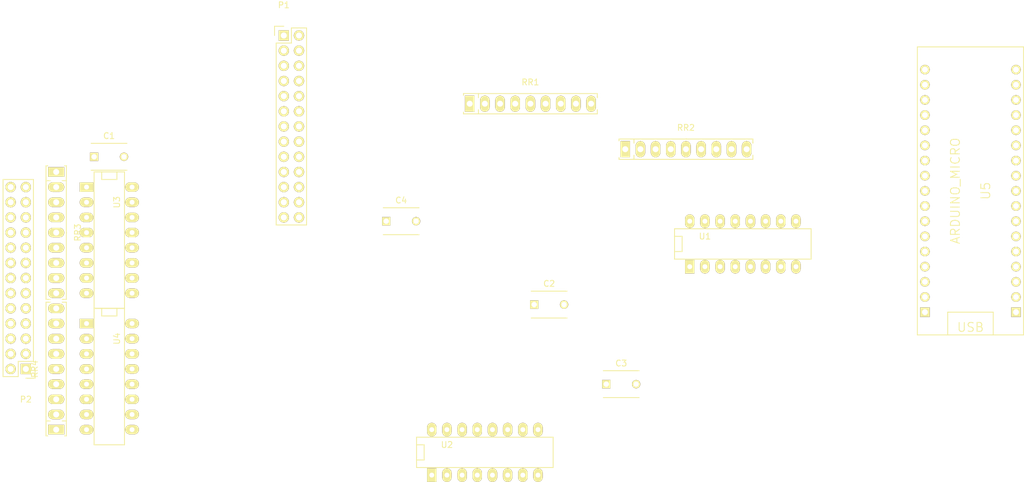
<source format=kicad_pcb>
(kicad_pcb (version 4) (host pcbnew 0.201503220816+5528~22~ubuntu14.04.1-product)

  (general
    (links 127)
    (no_connects 127)
    (area 0 0 0 0)
    (thickness 1.6)
    (drawings 0)
    (tracks 0)
    (zones 0)
    (modules 15)
    (nets 68)
  )

  (page A4)
  (layers
    (0 F.Cu signal)
    (31 B.Cu signal)
    (32 B.Adhes user)
    (33 F.Adhes user)
    (34 B.Paste user)
    (35 F.Paste user)
    (36 B.SilkS user)
    (37 F.SilkS user)
    (38 B.Mask user)
    (39 F.Mask user)
    (40 Dwgs.User user)
    (41 Cmts.User user)
    (42 Eco1.User user)
    (43 Eco2.User user)
    (44 Edge.Cuts user)
    (45 Margin user)
    (46 B.CrtYd user)
    (47 F.CrtYd user)
    (48 B.Fab user)
    (49 F.Fab user)
  )

  (setup
    (last_trace_width 0.25)
    (trace_clearance 0.2)
    (zone_clearance 0.508)
    (zone_45_only no)
    (trace_min 0.2)
    (segment_width 0.2)
    (edge_width 0.1)
    (via_size 0.6)
    (via_drill 0.4)
    (via_min_size 0.4)
    (via_min_drill 0.3)
    (uvia_size 0.3)
    (uvia_drill 0.1)
    (uvias_allowed no)
    (uvia_min_size 0.2)
    (uvia_min_drill 0.1)
    (pcb_text_width 0.3)
    (pcb_text_size 1.5 1.5)
    (mod_edge_width 0.15)
    (mod_text_size 1 1)
    (mod_text_width 0.15)
    (pad_size 1.5 1.5)
    (pad_drill 0.6)
    (pad_to_mask_clearance 0)
    (aux_axis_origin 0 0)
    (visible_elements FFFFFF7F)
    (pcbplotparams
      (layerselection 0x00030_80000001)
      (usegerberextensions false)
      (excludeedgelayer true)
      (linewidth 0.100000)
      (plotframeref false)
      (viasonmask false)
      (mode 1)
      (useauxorigin false)
      (hpglpennumber 1)
      (hpglpenspeed 20)
      (hpglpendiameter 15)
      (hpglpenoverlay 2)
      (psnegative false)
      (psa4output false)
      (plotreference true)
      (plotvalue true)
      (plotinvisibletext false)
      (padsonsilk false)
      (subtractmaskfromsilk false)
      (outputformat 1)
      (mirror false)
      (drillshape 1)
      (scaleselection 1)
      (outputdirectory ""))
  )

  (net 0 "")
  (net 1 +5V)
  (net 2 GND)
  (net 3 "Net-(C3-Pad1)")
  (net 4 "Net-(P1-Pad1)")
  (net 5 "Net-(P1-Pad3)")
  (net 6 "Net-(P1-Pad5)")
  (net 7 "Net-(P1-Pad7)")
  (net 8 "Net-(P1-Pad9)")
  (net 9 "Net-(P1-Pad11)")
  (net 10 "Net-(P1-Pad13)")
  (net 11 "Net-(P1-Pad15)")
  (net 12 "Net-(P1-Pad17)")
  (net 13 "Net-(P1-Pad19)")
  (net 14 "Net-(P1-Pad21)")
  (net 15 "Net-(P1-Pad23)")
  (net 16 "Net-(P1-Pad25)")
  (net 17 "Net-(P2-Pad1)")
  (net 18 "Net-(P2-Pad3)")
  (net 19 "Net-(P2-Pad5)")
  (net 20 "Net-(P2-Pad7)")
  (net 21 "Net-(P2-Pad9)")
  (net 22 "Net-(P2-Pad11)")
  (net 23 "Net-(P2-Pad13)")
  (net 24 "Net-(P2-Pad15)")
  (net 25 "Net-(P2-Pad17)")
  (net 26 "Net-(P2-Pad19)")
  (net 27 "Net-(P2-Pad21)")
  (net 28 "Net-(P2-Pad23)")
  (net 29 "Net-(P2-Pad25)")
  (net 30 "Net-(RR2-Pad2)")
  (net 31 "Net-(RR2-Pad3)")
  (net 32 "Net-(RR2-Pad4)")
  (net 33 "Net-(RR4-Pad2)")
  (net 34 "Net-(RR4-Pad3)")
  (net 35 "Net-(RR4-Pad4)")
  (net 36 "Net-(U1-Pad10)")
  (net 37 "Net-(U1-Pad11)")
  (net 38 "Net-(U1-Pad12)")
  (net 39 "Net-(U1-Pad13)")
  (net 40 "Net-(U2-Pad10)")
  (net 41 "Net-(U3-Pad9)")
  (net 42 "Net-(U3-Pad10)")
  (net 43 "Net-(U4-Pad10)")
  (net 44 "Net-(U5-Pad2)")
  (net 45 "Net-(U5-Pad5)")
  (net 46 "Net-(U5-Pad9)")
  (net 47 "Net-(U5-Pad10)")
  (net 48 "Net-(U5-Pad11)")
  (net 49 "Net-(U5-Pad12)")
  (net 50 "Net-(U5-Pad13)")
  (net 51 "Net-(U5-Pad14)")
  (net 52 "Net-(U5-Pad15)")
  (net 53 "Net-(U5-Pad16)")
  (net 54 "Net-(U5-Pad17)")
  (net 55 "Net-(U5-Pad18)")
  (net 56 "Net-(U5-Pad19)")
  (net 57 "Net-(U5-Pad20)")
  (net 58 "Net-(U5-Pad21)")
  (net 59 "Net-(U5-Pad22)")
  (net 60 "Net-(U5-Pad23)")
  (net 61 "Net-(U5-Pad24)")
  (net 62 "Net-(U5-Pad25)")
  (net 63 "Net-(U5-Pad26)")
  (net 64 "Net-(U5-Pad27)")
  (net 65 "Net-(U5-Pad28)")
  (net 66 "Net-(U5-Pad30)")
  (net 67 "Net-(U5-Pad32)")

  (net_class Default "This is the default net class."
    (clearance 0.2)
    (trace_width 0.25)
    (via_dia 0.6)
    (via_drill 0.4)
    (uvia_dia 0.3)
    (uvia_drill 0.1)
    (add_net +5V)
    (add_net GND)
    (add_net "Net-(C3-Pad1)")
    (add_net "Net-(P1-Pad1)")
    (add_net "Net-(P1-Pad11)")
    (add_net "Net-(P1-Pad13)")
    (add_net "Net-(P1-Pad15)")
    (add_net "Net-(P1-Pad17)")
    (add_net "Net-(P1-Pad19)")
    (add_net "Net-(P1-Pad21)")
    (add_net "Net-(P1-Pad23)")
    (add_net "Net-(P1-Pad25)")
    (add_net "Net-(P1-Pad3)")
    (add_net "Net-(P1-Pad5)")
    (add_net "Net-(P1-Pad7)")
    (add_net "Net-(P1-Pad9)")
    (add_net "Net-(P2-Pad1)")
    (add_net "Net-(P2-Pad11)")
    (add_net "Net-(P2-Pad13)")
    (add_net "Net-(P2-Pad15)")
    (add_net "Net-(P2-Pad17)")
    (add_net "Net-(P2-Pad19)")
    (add_net "Net-(P2-Pad21)")
    (add_net "Net-(P2-Pad23)")
    (add_net "Net-(P2-Pad25)")
    (add_net "Net-(P2-Pad3)")
    (add_net "Net-(P2-Pad5)")
    (add_net "Net-(P2-Pad7)")
    (add_net "Net-(P2-Pad9)")
    (add_net "Net-(RR2-Pad2)")
    (add_net "Net-(RR2-Pad3)")
    (add_net "Net-(RR2-Pad4)")
    (add_net "Net-(RR4-Pad2)")
    (add_net "Net-(RR4-Pad3)")
    (add_net "Net-(RR4-Pad4)")
    (add_net "Net-(U1-Pad10)")
    (add_net "Net-(U1-Pad11)")
    (add_net "Net-(U1-Pad12)")
    (add_net "Net-(U1-Pad13)")
    (add_net "Net-(U2-Pad10)")
    (add_net "Net-(U3-Pad10)")
    (add_net "Net-(U3-Pad9)")
    (add_net "Net-(U4-Pad10)")
    (add_net "Net-(U5-Pad10)")
    (add_net "Net-(U5-Pad11)")
    (add_net "Net-(U5-Pad12)")
    (add_net "Net-(U5-Pad13)")
    (add_net "Net-(U5-Pad14)")
    (add_net "Net-(U5-Pad15)")
    (add_net "Net-(U5-Pad16)")
    (add_net "Net-(U5-Pad17)")
    (add_net "Net-(U5-Pad18)")
    (add_net "Net-(U5-Pad19)")
    (add_net "Net-(U5-Pad2)")
    (add_net "Net-(U5-Pad20)")
    (add_net "Net-(U5-Pad21)")
    (add_net "Net-(U5-Pad22)")
    (add_net "Net-(U5-Pad23)")
    (add_net "Net-(U5-Pad24)")
    (add_net "Net-(U5-Pad25)")
    (add_net "Net-(U5-Pad26)")
    (add_net "Net-(U5-Pad27)")
    (add_net "Net-(U5-Pad28)")
    (add_net "Net-(U5-Pad30)")
    (add_net "Net-(U5-Pad32)")
    (add_net "Net-(U5-Pad5)")
    (add_net "Net-(U5-Pad9)")
  )

  (module Capacitors_ThroughHole:C_Disc_D6_P5 (layer F.Cu) (tedit 0) (tstamp 5513F6B7)
    (at 50.8 87.63)
    (descr "Capacitor 6mm Disc, Pitch 5mm")
    (tags Capacitor)
    (path /55140362)
    (fp_text reference C1 (at 2.5 -3.5) (layer F.SilkS)
      (effects (font (size 1 1) (thickness 0.15)))
    )
    (fp_text value 100nF (at 2.5 3.5) (layer F.Fab)
      (effects (font (size 1 1) (thickness 0.15)))
    )
    (fp_line (start -0.95 -2.5) (end 5.95 -2.5) (layer F.CrtYd) (width 0.05))
    (fp_line (start 5.95 -2.5) (end 5.95 2.5) (layer F.CrtYd) (width 0.05))
    (fp_line (start 5.95 2.5) (end -0.95 2.5) (layer F.CrtYd) (width 0.05))
    (fp_line (start -0.95 2.5) (end -0.95 -2.5) (layer F.CrtYd) (width 0.05))
    (fp_line (start -0.5 -2.25) (end 5.5 -2.25) (layer F.SilkS) (width 0.15))
    (fp_line (start 5.5 2.25) (end -0.5 2.25) (layer F.SilkS) (width 0.15))
    (pad 1 thru_hole rect (at 0 0) (size 1.4 1.4) (drill 0.9) (layers *.Cu *.Mask F.SilkS)
      (net 1 +5V))
    (pad 2 thru_hole circle (at 5 0) (size 1.4 1.4) (drill 0.9) (layers *.Cu *.Mask F.SilkS)
      (net 2 GND))
    (model Capacitors_ThroughHole.3dshapes/C_Disc_D6_P5.wrl
      (at (xyz 0.0984252 0 0))
      (scale (xyz 1 1 1))
      (rotate (xyz 0 0 0))
    )
  )

  (module Capacitors_ThroughHole:C_Disc_D6_P5 (layer F.Cu) (tedit 0) (tstamp 5513F6BD)
    (at 124.46 112.395)
    (descr "Capacitor 6mm Disc, Pitch 5mm")
    (tags Capacitor)
    (path /5514050F)
    (fp_text reference C2 (at 2.5 -3.5) (layer F.SilkS)
      (effects (font (size 1 1) (thickness 0.15)))
    )
    (fp_text value 100nF (at 2.5 3.5) (layer F.Fab)
      (effects (font (size 1 1) (thickness 0.15)))
    )
    (fp_line (start -0.95 -2.5) (end 5.95 -2.5) (layer F.CrtYd) (width 0.05))
    (fp_line (start 5.95 -2.5) (end 5.95 2.5) (layer F.CrtYd) (width 0.05))
    (fp_line (start 5.95 2.5) (end -0.95 2.5) (layer F.CrtYd) (width 0.05))
    (fp_line (start -0.95 2.5) (end -0.95 -2.5) (layer F.CrtYd) (width 0.05))
    (fp_line (start -0.5 -2.25) (end 5.5 -2.25) (layer F.SilkS) (width 0.15))
    (fp_line (start 5.5 2.25) (end -0.5 2.25) (layer F.SilkS) (width 0.15))
    (pad 1 thru_hole rect (at 0 0) (size 1.4 1.4) (drill 0.9) (layers *.Cu *.Mask F.SilkS)
      (net 1 +5V))
    (pad 2 thru_hole circle (at 5 0) (size 1.4 1.4) (drill 0.9) (layers *.Cu *.Mask F.SilkS)
      (net 2 GND))
    (model Capacitors_ThroughHole.3dshapes/C_Disc_D6_P5.wrl
      (at (xyz 0.0984252 0 0))
      (scale (xyz 1 1 1))
      (rotate (xyz 0 0 0))
    )
  )

  (module Capacitors_ThroughHole:C_Disc_D6_P5 (layer F.Cu) (tedit 0) (tstamp 5513F6C3)
    (at 136.525 125.73)
    (descr "Capacitor 6mm Disc, Pitch 5mm")
    (tags Capacitor)
    (path /55140559)
    (fp_text reference C3 (at 2.5 -3.5) (layer F.SilkS)
      (effects (font (size 1 1) (thickness 0.15)))
    )
    (fp_text value 100nF (at 2.5 3.5) (layer F.Fab)
      (effects (font (size 1 1) (thickness 0.15)))
    )
    (fp_line (start -0.95 -2.5) (end 5.95 -2.5) (layer F.CrtYd) (width 0.05))
    (fp_line (start 5.95 -2.5) (end 5.95 2.5) (layer F.CrtYd) (width 0.05))
    (fp_line (start 5.95 2.5) (end -0.95 2.5) (layer F.CrtYd) (width 0.05))
    (fp_line (start -0.95 2.5) (end -0.95 -2.5) (layer F.CrtYd) (width 0.05))
    (fp_line (start -0.5 -2.25) (end 5.5 -2.25) (layer F.SilkS) (width 0.15))
    (fp_line (start 5.5 2.25) (end -0.5 2.25) (layer F.SilkS) (width 0.15))
    (pad 1 thru_hole rect (at 0 0) (size 1.4 1.4) (drill 0.9) (layers *.Cu *.Mask F.SilkS)
      (net 3 "Net-(C3-Pad1)"))
    (pad 2 thru_hole circle (at 5 0) (size 1.4 1.4) (drill 0.9) (layers *.Cu *.Mask F.SilkS)
      (net 2 GND))
    (model Capacitors_ThroughHole.3dshapes/C_Disc_D6_P5.wrl
      (at (xyz 0.0984252 0 0))
      (scale (xyz 1 1 1))
      (rotate (xyz 0 0 0))
    )
  )

  (module Capacitors_ThroughHole:C_Disc_D6_P5 (layer F.Cu) (tedit 0) (tstamp 5513F6C9)
    (at 99.695 98.425)
    (descr "Capacitor 6mm Disc, Pitch 5mm")
    (tags Capacitor)
    (path /551404C7)
    (fp_text reference C4 (at 2.5 -3.5) (layer F.SilkS)
      (effects (font (size 1 1) (thickness 0.15)))
    )
    (fp_text value 100nF (at 2.5 3.5) (layer F.Fab)
      (effects (font (size 1 1) (thickness 0.15)))
    )
    (fp_line (start -0.95 -2.5) (end 5.95 -2.5) (layer F.CrtYd) (width 0.05))
    (fp_line (start 5.95 -2.5) (end 5.95 2.5) (layer F.CrtYd) (width 0.05))
    (fp_line (start 5.95 2.5) (end -0.95 2.5) (layer F.CrtYd) (width 0.05))
    (fp_line (start -0.95 2.5) (end -0.95 -2.5) (layer F.CrtYd) (width 0.05))
    (fp_line (start -0.5 -2.25) (end 5.5 -2.25) (layer F.SilkS) (width 0.15))
    (fp_line (start 5.5 2.25) (end -0.5 2.25) (layer F.SilkS) (width 0.15))
    (pad 1 thru_hole rect (at 0 0) (size 1.4 1.4) (drill 0.9) (layers *.Cu *.Mask F.SilkS)
      (net 1 +5V))
    (pad 2 thru_hole circle (at 5 0) (size 1.4 1.4) (drill 0.9) (layers *.Cu *.Mask F.SilkS)
      (net 2 GND))
    (model Capacitors_ThroughHole.3dshapes/C_Disc_D6_P5.wrl
      (at (xyz 0.0984252 0 0))
      (scale (xyz 1 1 1))
      (rotate (xyz 0 0 0))
    )
  )

  (module Pin_Headers:Pin_Header_Straight_2x13 (layer F.Cu) (tedit 0) (tstamp 5513F6E7)
    (at 82.55 67.31)
    (descr "Through hole pin header")
    (tags "pin header")
    (path /55142D29)
    (fp_text reference P1 (at 0 -5.1) (layer F.SilkS)
      (effects (font (size 1 1) (thickness 0.15)))
    )
    (fp_text value LEFT (at 0 -3.1) (layer F.Fab)
      (effects (font (size 1 1) (thickness 0.15)))
    )
    (fp_line (start -1.75 -1.75) (end -1.75 32.25) (layer F.CrtYd) (width 0.05))
    (fp_line (start 4.3 -1.75) (end 4.3 32.25) (layer F.CrtYd) (width 0.05))
    (fp_line (start -1.75 -1.75) (end 4.3 -1.75) (layer F.CrtYd) (width 0.05))
    (fp_line (start -1.75 32.25) (end 4.3 32.25) (layer F.CrtYd) (width 0.05))
    (fp_line (start 3.81 -1.27) (end 3.81 31.75) (layer F.SilkS) (width 0.15))
    (fp_line (start -1.27 1.27) (end -1.27 31.75) (layer F.SilkS) (width 0.15))
    (fp_line (start 3.81 31.75) (end -1.27 31.75) (layer F.SilkS) (width 0.15))
    (fp_line (start 3.81 -1.27) (end 1.27 -1.27) (layer F.SilkS) (width 0.15))
    (fp_line (start 0 -1.55) (end -1.55 -1.55) (layer F.SilkS) (width 0.15))
    (fp_line (start 1.27 -1.27) (end 1.27 1.27) (layer F.SilkS) (width 0.15))
    (fp_line (start 1.27 1.27) (end -1.27 1.27) (layer F.SilkS) (width 0.15))
    (fp_line (start -1.55 -1.55) (end -1.55 0) (layer F.SilkS) (width 0.15))
    (pad 1 thru_hole rect (at 0 0) (size 1.7272 1.7272) (drill 1.016) (layers *.Cu *.Mask F.SilkS)
      (net 4 "Net-(P1-Pad1)"))
    (pad 2 thru_hole oval (at 2.54 0) (size 1.7272 1.7272) (drill 1.016) (layers *.Cu *.Mask F.SilkS)
      (net 1 +5V))
    (pad 3 thru_hole oval (at 0 2.54) (size 1.7272 1.7272) (drill 1.016) (layers *.Cu *.Mask F.SilkS)
      (net 5 "Net-(P1-Pad3)"))
    (pad 4 thru_hole oval (at 2.54 2.54) (size 1.7272 1.7272) (drill 1.016) (layers *.Cu *.Mask F.SilkS)
      (net 1 +5V))
    (pad 5 thru_hole oval (at 0 5.08) (size 1.7272 1.7272) (drill 1.016) (layers *.Cu *.Mask F.SilkS)
      (net 6 "Net-(P1-Pad5)"))
    (pad 6 thru_hole oval (at 2.54 5.08) (size 1.7272 1.7272) (drill 1.016) (layers *.Cu *.Mask F.SilkS)
      (net 1 +5V))
    (pad 7 thru_hole oval (at 0 7.62) (size 1.7272 1.7272) (drill 1.016) (layers *.Cu *.Mask F.SilkS)
      (net 7 "Net-(P1-Pad7)"))
    (pad 8 thru_hole oval (at 2.54 7.62) (size 1.7272 1.7272) (drill 1.016) (layers *.Cu *.Mask F.SilkS)
      (net 1 +5V))
    (pad 9 thru_hole oval (at 0 10.16) (size 1.7272 1.7272) (drill 1.016) (layers *.Cu *.Mask F.SilkS)
      (net 8 "Net-(P1-Pad9)"))
    (pad 10 thru_hole oval (at 2.54 10.16) (size 1.7272 1.7272) (drill 1.016) (layers *.Cu *.Mask F.SilkS)
      (net 1 +5V))
    (pad 11 thru_hole oval (at 0 12.7) (size 1.7272 1.7272) (drill 1.016) (layers *.Cu *.Mask F.SilkS)
      (net 9 "Net-(P1-Pad11)"))
    (pad 12 thru_hole oval (at 2.54 12.7) (size 1.7272 1.7272) (drill 1.016) (layers *.Cu *.Mask F.SilkS)
      (net 1 +5V))
    (pad 13 thru_hole oval (at 0 15.24) (size 1.7272 1.7272) (drill 1.016) (layers *.Cu *.Mask F.SilkS)
      (net 10 "Net-(P1-Pad13)"))
    (pad 14 thru_hole oval (at 2.54 15.24) (size 1.7272 1.7272) (drill 1.016) (layers *.Cu *.Mask F.SilkS)
      (net 1 +5V))
    (pad 15 thru_hole oval (at 0 17.78) (size 1.7272 1.7272) (drill 1.016) (layers *.Cu *.Mask F.SilkS)
      (net 11 "Net-(P1-Pad15)"))
    (pad 16 thru_hole oval (at 2.54 17.78) (size 1.7272 1.7272) (drill 1.016) (layers *.Cu *.Mask F.SilkS)
      (net 1 +5V))
    (pad 17 thru_hole oval (at 0 20.32) (size 1.7272 1.7272) (drill 1.016) (layers *.Cu *.Mask F.SilkS)
      (net 12 "Net-(P1-Pad17)"))
    (pad 18 thru_hole oval (at 2.54 20.32) (size 1.7272 1.7272) (drill 1.016) (layers *.Cu *.Mask F.SilkS)
      (net 1 +5V))
    (pad 19 thru_hole oval (at 0 22.86) (size 1.7272 1.7272) (drill 1.016) (layers *.Cu *.Mask F.SilkS)
      (net 13 "Net-(P1-Pad19)"))
    (pad 20 thru_hole oval (at 2.54 22.86) (size 1.7272 1.7272) (drill 1.016) (layers *.Cu *.Mask F.SilkS)
      (net 1 +5V))
    (pad 21 thru_hole oval (at 0 25.4) (size 1.7272 1.7272) (drill 1.016) (layers *.Cu *.Mask F.SilkS)
      (net 14 "Net-(P1-Pad21)"))
    (pad 22 thru_hole oval (at 2.54 25.4) (size 1.7272 1.7272) (drill 1.016) (layers *.Cu *.Mask F.SilkS)
      (net 1 +5V))
    (pad 23 thru_hole oval (at 0 27.94) (size 1.7272 1.7272) (drill 1.016) (layers *.Cu *.Mask F.SilkS)
      (net 15 "Net-(P1-Pad23)"))
    (pad 24 thru_hole oval (at 2.54 27.94) (size 1.7272 1.7272) (drill 1.016) (layers *.Cu *.Mask F.SilkS)
      (net 1 +5V))
    (pad 25 thru_hole oval (at 0 30.48) (size 1.7272 1.7272) (drill 1.016) (layers *.Cu *.Mask F.SilkS)
      (net 16 "Net-(P1-Pad25)"))
    (pad 26 thru_hole oval (at 2.54 30.48) (size 1.7272 1.7272) (drill 1.016) (layers *.Cu *.Mask F.SilkS)
      (net 1 +5V))
    (model Pin_Headers.3dshapes/Pin_Header_Straight_2x13.wrl
      (at (xyz 0.05 -0.6 0))
      (scale (xyz 1 1 1))
      (rotate (xyz 0 0 90))
    )
  )

  (module Pin_Headers:Pin_Header_Straight_2x13 (layer F.Cu) (tedit 0) (tstamp 5513F705)
    (at 39.37 123.19 180)
    (descr "Through hole pin header")
    (tags "pin header")
    (path /5514311D)
    (fp_text reference P2 (at 0 -5.1 180) (layer F.SilkS)
      (effects (font (size 1 1) (thickness 0.15)))
    )
    (fp_text value RIGHT (at 0 -3.1 180) (layer F.Fab)
      (effects (font (size 1 1) (thickness 0.15)))
    )
    (fp_line (start -1.75 -1.75) (end -1.75 32.25) (layer F.CrtYd) (width 0.05))
    (fp_line (start 4.3 -1.75) (end 4.3 32.25) (layer F.CrtYd) (width 0.05))
    (fp_line (start -1.75 -1.75) (end 4.3 -1.75) (layer F.CrtYd) (width 0.05))
    (fp_line (start -1.75 32.25) (end 4.3 32.25) (layer F.CrtYd) (width 0.05))
    (fp_line (start 3.81 -1.27) (end 3.81 31.75) (layer F.SilkS) (width 0.15))
    (fp_line (start -1.27 1.27) (end -1.27 31.75) (layer F.SilkS) (width 0.15))
    (fp_line (start 3.81 31.75) (end -1.27 31.75) (layer F.SilkS) (width 0.15))
    (fp_line (start 3.81 -1.27) (end 1.27 -1.27) (layer F.SilkS) (width 0.15))
    (fp_line (start 0 -1.55) (end -1.55 -1.55) (layer F.SilkS) (width 0.15))
    (fp_line (start 1.27 -1.27) (end 1.27 1.27) (layer F.SilkS) (width 0.15))
    (fp_line (start 1.27 1.27) (end -1.27 1.27) (layer F.SilkS) (width 0.15))
    (fp_line (start -1.55 -1.55) (end -1.55 0) (layer F.SilkS) (width 0.15))
    (pad 1 thru_hole rect (at 0 0 180) (size 1.7272 1.7272) (drill 1.016) (layers *.Cu *.Mask F.SilkS)
      (net 17 "Net-(P2-Pad1)"))
    (pad 2 thru_hole oval (at 2.54 0 180) (size 1.7272 1.7272) (drill 1.016) (layers *.Cu *.Mask F.SilkS)
      (net 1 +5V))
    (pad 3 thru_hole oval (at 0 2.54 180) (size 1.7272 1.7272) (drill 1.016) (layers *.Cu *.Mask F.SilkS)
      (net 18 "Net-(P2-Pad3)"))
    (pad 4 thru_hole oval (at 2.54 2.54 180) (size 1.7272 1.7272) (drill 1.016) (layers *.Cu *.Mask F.SilkS)
      (net 1 +5V))
    (pad 5 thru_hole oval (at 0 5.08 180) (size 1.7272 1.7272) (drill 1.016) (layers *.Cu *.Mask F.SilkS)
      (net 19 "Net-(P2-Pad5)"))
    (pad 6 thru_hole oval (at 2.54 5.08 180) (size 1.7272 1.7272) (drill 1.016) (layers *.Cu *.Mask F.SilkS)
      (net 1 +5V))
    (pad 7 thru_hole oval (at 0 7.62 180) (size 1.7272 1.7272) (drill 1.016) (layers *.Cu *.Mask F.SilkS)
      (net 20 "Net-(P2-Pad7)"))
    (pad 8 thru_hole oval (at 2.54 7.62 180) (size 1.7272 1.7272) (drill 1.016) (layers *.Cu *.Mask F.SilkS)
      (net 1 +5V))
    (pad 9 thru_hole oval (at 0 10.16 180) (size 1.7272 1.7272) (drill 1.016) (layers *.Cu *.Mask F.SilkS)
      (net 21 "Net-(P2-Pad9)"))
    (pad 10 thru_hole oval (at 2.54 10.16 180) (size 1.7272 1.7272) (drill 1.016) (layers *.Cu *.Mask F.SilkS)
      (net 1 +5V))
    (pad 11 thru_hole oval (at 0 12.7 180) (size 1.7272 1.7272) (drill 1.016) (layers *.Cu *.Mask F.SilkS)
      (net 22 "Net-(P2-Pad11)"))
    (pad 12 thru_hole oval (at 2.54 12.7 180) (size 1.7272 1.7272) (drill 1.016) (layers *.Cu *.Mask F.SilkS)
      (net 1 +5V))
    (pad 13 thru_hole oval (at 0 15.24 180) (size 1.7272 1.7272) (drill 1.016) (layers *.Cu *.Mask F.SilkS)
      (net 23 "Net-(P2-Pad13)"))
    (pad 14 thru_hole oval (at 2.54 15.24 180) (size 1.7272 1.7272) (drill 1.016) (layers *.Cu *.Mask F.SilkS)
      (net 1 +5V))
    (pad 15 thru_hole oval (at 0 17.78 180) (size 1.7272 1.7272) (drill 1.016) (layers *.Cu *.Mask F.SilkS)
      (net 24 "Net-(P2-Pad15)"))
    (pad 16 thru_hole oval (at 2.54 17.78 180) (size 1.7272 1.7272) (drill 1.016) (layers *.Cu *.Mask F.SilkS)
      (net 1 +5V))
    (pad 17 thru_hole oval (at 0 20.32 180) (size 1.7272 1.7272) (drill 1.016) (layers *.Cu *.Mask F.SilkS)
      (net 25 "Net-(P2-Pad17)"))
    (pad 18 thru_hole oval (at 2.54 20.32 180) (size 1.7272 1.7272) (drill 1.016) (layers *.Cu *.Mask F.SilkS)
      (net 1 +5V))
    (pad 19 thru_hole oval (at 0 22.86 180) (size 1.7272 1.7272) (drill 1.016) (layers *.Cu *.Mask F.SilkS)
      (net 26 "Net-(P2-Pad19)"))
    (pad 20 thru_hole oval (at 2.54 22.86 180) (size 1.7272 1.7272) (drill 1.016) (layers *.Cu *.Mask F.SilkS)
      (net 1 +5V))
    (pad 21 thru_hole oval (at 0 25.4 180) (size 1.7272 1.7272) (drill 1.016) (layers *.Cu *.Mask F.SilkS)
      (net 27 "Net-(P2-Pad21)"))
    (pad 22 thru_hole oval (at 2.54 25.4 180) (size 1.7272 1.7272) (drill 1.016) (layers *.Cu *.Mask F.SilkS)
      (net 1 +5V))
    (pad 23 thru_hole oval (at 0 27.94 180) (size 1.7272 1.7272) (drill 1.016) (layers *.Cu *.Mask F.SilkS)
      (net 28 "Net-(P2-Pad23)"))
    (pad 24 thru_hole oval (at 2.54 27.94 180) (size 1.7272 1.7272) (drill 1.016) (layers *.Cu *.Mask F.SilkS)
      (net 1 +5V))
    (pad 25 thru_hole oval (at 0 30.48 180) (size 1.7272 1.7272) (drill 1.016) (layers *.Cu *.Mask F.SilkS)
      (net 29 "Net-(P2-Pad25)"))
    (pad 26 thru_hole oval (at 2.54 30.48 180) (size 1.7272 1.7272) (drill 1.016) (layers *.Cu *.Mask F.SilkS)
      (net 1 +5V))
    (model Pin_Headers.3dshapes/Pin_Header_Straight_2x13.wrl
      (at (xyz 0.05 -0.6 0))
      (scale (xyz 1 1 1))
      (rotate (xyz 0 0 90))
    )
  )

  (module Housings_SIP:SIP9_Housing_BigPads (layer F.Cu) (tedit 0) (tstamp 5513F712)
    (at 123.825 78.74)
    (descr "SIP9, Big Pads,")
    (tags "SIP9, Big Pads,")
    (path /55141E94)
    (fp_text reference RR1 (at 0 -3.6) (layer F.SilkS)
      (effects (font (size 1 1) (thickness 0.15)))
    )
    (fp_text value 2.2k (at -0.1 3.7) (layer F.Fab)
      (effects (font (size 1 1) (thickness 0.15)))
    )
    (fp_line (start -8.7 1.7) (end -8.7 1) (layer F.SilkS) (width 0.15))
    (fp_line (start -8.7 -1.7) (end -8.7 -1) (layer F.SilkS) (width 0.15))
    (fp_line (start 0 1.7) (end -11.2 1.7) (layer F.SilkS) (width 0.15))
    (fp_line (start -11.2 1.7) (end -11.2 1.4) (layer F.SilkS) (width 0.15))
    (fp_line (start 11.2 -1.2) (end 11.2 -1) (layer F.SilkS) (width 0.15))
    (fp_line (start 0 1.7) (end 11.2 1.7) (layer F.SilkS) (width 0.15))
    (fp_line (start 11.2 1.7) (end 11.2 1) (layer F.SilkS) (width 0.15))
    (fp_line (start 0.1 -1.7) (end -11.2 -1.7) (layer F.SilkS) (width 0.15))
    (fp_line (start -11.2 -1.7) (end -11.2 -1.4) (layer F.SilkS) (width 0.15))
    (fp_line (start 0 -1.7) (end 11.2 -1.7) (layer F.SilkS) (width 0.15))
    (fp_line (start 11.2 -1.7) (end 11.2 -1.1) (layer F.SilkS) (width 0.15))
    (pad 1 thru_hole rect (at -10.16 0 90) (size 2.7 1.6) (drill 1) (layers *.Cu *.Mask F.SilkS)
      (net 2 GND))
    (pad 2 thru_hole oval (at -7.62 0 90) (size 2.7 1.6) (drill 1) (layers *.Cu *.Mask F.SilkS)
      (net 9 "Net-(P1-Pad11)"))
    (pad 3 thru_hole oval (at -5.08 0 90) (size 2.7 1.6) (drill 1) (layers *.Cu *.Mask F.SilkS)
      (net 10 "Net-(P1-Pad13)"))
    (pad 4 thru_hole oval (at -2.54 0 90) (size 2.7 1.6) (drill 1) (layers *.Cu *.Mask F.SilkS)
      (net 11 "Net-(P1-Pad15)"))
    (pad 5 thru_hole oval (at 0 0 90) (size 2.7 1.6) (drill 1) (layers *.Cu *.Mask F.SilkS)
      (net 12 "Net-(P1-Pad17)"))
    (pad 6 thru_hole oval (at 2.54 0 90) (size 2.7 1.6) (drill 1) (layers *.Cu *.Mask F.SilkS)
      (net 13 "Net-(P1-Pad19)"))
    (pad 7 thru_hole oval (at 5.08 0 90) (size 2.7 1.6) (drill 1) (layers *.Cu *.Mask F.SilkS)
      (net 14 "Net-(P1-Pad21)"))
    (pad 8 thru_hole oval (at 7.62 0 90) (size 2.7 1.6) (drill 1) (layers *.Cu *.Mask F.SilkS)
      (net 15 "Net-(P1-Pad23)"))
    (pad 9 thru_hole oval (at 10.16 0 90) (size 2.7 1.6) (drill 1) (layers *.Cu *.Mask F.SilkS)
      (net 16 "Net-(P1-Pad25)"))
    (model Housings_SIP.3dshapes/SIP9_Housing_BigPads.wrl
      (at (xyz 0 0 0))
      (scale (xyz 0.3937 0.3937 0.3937))
      (rotate (xyz 0 0 0))
    )
  )

  (module Housings_SIP:SIP9_Housing_BigPads (layer F.Cu) (tedit 0) (tstamp 5513F71F)
    (at 149.86 86.36)
    (descr "SIP9, Big Pads,")
    (tags "SIP9, Big Pads,")
    (path /5514221B)
    (fp_text reference RR2 (at 0 -3.6) (layer F.SilkS)
      (effects (font (size 1 1) (thickness 0.15)))
    )
    (fp_text value 2.2k (at -0.1 3.7) (layer F.Fab)
      (effects (font (size 1 1) (thickness 0.15)))
    )
    (fp_line (start -8.7 1.7) (end -8.7 1) (layer F.SilkS) (width 0.15))
    (fp_line (start -8.7 -1.7) (end -8.7 -1) (layer F.SilkS) (width 0.15))
    (fp_line (start 0 1.7) (end -11.2 1.7) (layer F.SilkS) (width 0.15))
    (fp_line (start -11.2 1.7) (end -11.2 1.4) (layer F.SilkS) (width 0.15))
    (fp_line (start 11.2 -1.2) (end 11.2 -1) (layer F.SilkS) (width 0.15))
    (fp_line (start 0 1.7) (end 11.2 1.7) (layer F.SilkS) (width 0.15))
    (fp_line (start 11.2 1.7) (end 11.2 1) (layer F.SilkS) (width 0.15))
    (fp_line (start 0.1 -1.7) (end -11.2 -1.7) (layer F.SilkS) (width 0.15))
    (fp_line (start -11.2 -1.7) (end -11.2 -1.4) (layer F.SilkS) (width 0.15))
    (fp_line (start 0 -1.7) (end 11.2 -1.7) (layer F.SilkS) (width 0.15))
    (fp_line (start 11.2 -1.7) (end 11.2 -1.1) (layer F.SilkS) (width 0.15))
    (pad 1 thru_hole rect (at -10.16 0 90) (size 2.7 1.6) (drill 1) (layers *.Cu *.Mask F.SilkS)
      (net 2 GND))
    (pad 2 thru_hole oval (at -7.62 0 90) (size 2.7 1.6) (drill 1) (layers *.Cu *.Mask F.SilkS)
      (net 30 "Net-(RR2-Pad2)"))
    (pad 3 thru_hole oval (at -5.08 0 90) (size 2.7 1.6) (drill 1) (layers *.Cu *.Mask F.SilkS)
      (net 31 "Net-(RR2-Pad3)"))
    (pad 4 thru_hole oval (at -2.54 0 90) (size 2.7 1.6) (drill 1) (layers *.Cu *.Mask F.SilkS)
      (net 32 "Net-(RR2-Pad4)"))
    (pad 5 thru_hole oval (at 0 0 90) (size 2.7 1.6) (drill 1) (layers *.Cu *.Mask F.SilkS)
      (net 4 "Net-(P1-Pad1)"))
    (pad 6 thru_hole oval (at 2.54 0 90) (size 2.7 1.6) (drill 1) (layers *.Cu *.Mask F.SilkS)
      (net 5 "Net-(P1-Pad3)"))
    (pad 7 thru_hole oval (at 5.08 0 90) (size 2.7 1.6) (drill 1) (layers *.Cu *.Mask F.SilkS)
      (net 6 "Net-(P1-Pad5)"))
    (pad 8 thru_hole oval (at 7.62 0 90) (size 2.7 1.6) (drill 1) (layers *.Cu *.Mask F.SilkS)
      (net 7 "Net-(P1-Pad7)"))
    (pad 9 thru_hole oval (at 10.16 0 90) (size 2.7 1.6) (drill 1) (layers *.Cu *.Mask F.SilkS)
      (net 8 "Net-(P1-Pad9)"))
    (model Housings_SIP.3dshapes/SIP9_Housing_BigPads.wrl
      (at (xyz 0 0 0))
      (scale (xyz 0.3937 0.3937 0.3937))
      (rotate (xyz 0 0 0))
    )
  )

  (module Housings_SIP:SIP9_Housing_BigPads (layer F.Cu) (tedit 5513F750) (tstamp 5513F72C)
    (at 44.45 100.33 270)
    (descr "SIP9, Big Pads,")
    (tags "SIP9, Big Pads,")
    (path /551424FB)
    (fp_text reference RR3 (at 0 -3.6 270) (layer F.SilkS)
      (effects (font (size 1 1) (thickness 0.15)))
    )
    (fp_text value 2.2k (at -0.1 3.7 360) (layer F.Fab)
      (effects (font (size 1 1) (thickness 0.15)))
    )
    (fp_line (start -8.7 1.7) (end -8.7 1) (layer F.SilkS) (width 0.15))
    (fp_line (start -8.7 -1.7) (end -8.7 -1) (layer F.SilkS) (width 0.15))
    (fp_line (start 0 1.7) (end -11.2 1.7) (layer F.SilkS) (width 0.15))
    (fp_line (start -11.2 1.7) (end -11.2 1.4) (layer F.SilkS) (width 0.15))
    (fp_line (start 11.2 -1.2) (end 11.2 -1) (layer F.SilkS) (width 0.15))
    (fp_line (start 0 1.7) (end 11.2 1.7) (layer F.SilkS) (width 0.15))
    (fp_line (start 11.2 1.7) (end 11.2 1) (layer F.SilkS) (width 0.15))
    (fp_line (start 0.1 -1.7) (end -11.2 -1.7) (layer F.SilkS) (width 0.15))
    (fp_line (start -11.2 -1.7) (end -11.2 -1.4) (layer F.SilkS) (width 0.15))
    (fp_line (start 0 -1.7) (end 11.2 -1.7) (layer F.SilkS) (width 0.15))
    (fp_line (start 11.2 -1.7) (end 11.2 -1.1) (layer F.SilkS) (width 0.15))
    (pad 1 thru_hole rect (at -10.16 0) (size 2.7 1.6) (drill 1) (layers *.Cu *.Mask F.SilkS)
      (net 2 GND))
    (pad 2 thru_hole oval (at -7.62 0) (size 2.7 1.6) (drill 1) (layers *.Cu *.Mask F.SilkS)
      (net 22 "Net-(P2-Pad11)"))
    (pad 3 thru_hole oval (at -5.08 0) (size 2.7 1.6) (drill 1) (layers *.Cu *.Mask F.SilkS)
      (net 23 "Net-(P2-Pad13)"))
    (pad 4 thru_hole oval (at -2.54 0) (size 2.7 1.6) (drill 1) (layers *.Cu *.Mask F.SilkS)
      (net 24 "Net-(P2-Pad15)"))
    (pad 5 thru_hole oval (at 0 0) (size 2.7 1.6) (drill 1) (layers *.Cu *.Mask F.SilkS)
      (net 25 "Net-(P2-Pad17)"))
    (pad 6 thru_hole oval (at 2.54 0) (size 2.7 1.6) (drill 1) (layers *.Cu *.Mask F.SilkS)
      (net 26 "Net-(P2-Pad19)"))
    (pad 7 thru_hole oval (at 5.08 0) (size 2.7 1.6) (drill 1) (layers *.Cu *.Mask F.SilkS)
      (net 27 "Net-(P2-Pad21)"))
    (pad 8 thru_hole oval (at 7.62 0) (size 2.7 1.6) (drill 1) (layers *.Cu *.Mask F.SilkS)
      (net 28 "Net-(P2-Pad23)"))
    (pad 9 thru_hole oval (at 10.16 0) (size 2.7 1.6) (drill 1) (layers *.Cu *.Mask F.SilkS)
      (net 29 "Net-(P2-Pad25)"))
    (model Housings_SIP.3dshapes/SIP9_Housing_BigPads.wrl
      (at (xyz 0 0 0))
      (scale (xyz 0.3937 0.3937 0.3937))
      (rotate (xyz 0 0 0))
    )
  )

  (module Housings_SIP:SIP9_Housing_BigPads (layer F.Cu) (tedit 0) (tstamp 5513F739)
    (at 44.45 123.19 90)
    (descr "SIP9, Big Pads,")
    (tags "SIP9, Big Pads,")
    (path /55142343)
    (fp_text reference RR4 (at 0 -3.6 90) (layer F.SilkS)
      (effects (font (size 1 1) (thickness 0.15)))
    )
    (fp_text value 2.2k (at -0.1 3.7 90) (layer F.Fab)
      (effects (font (size 1 1) (thickness 0.15)))
    )
    (fp_line (start -8.7 1.7) (end -8.7 1) (layer F.SilkS) (width 0.15))
    (fp_line (start -8.7 -1.7) (end -8.7 -1) (layer F.SilkS) (width 0.15))
    (fp_line (start 0 1.7) (end -11.2 1.7) (layer F.SilkS) (width 0.15))
    (fp_line (start -11.2 1.7) (end -11.2 1.4) (layer F.SilkS) (width 0.15))
    (fp_line (start 11.2 -1.2) (end 11.2 -1) (layer F.SilkS) (width 0.15))
    (fp_line (start 0 1.7) (end 11.2 1.7) (layer F.SilkS) (width 0.15))
    (fp_line (start 11.2 1.7) (end 11.2 1) (layer F.SilkS) (width 0.15))
    (fp_line (start 0.1 -1.7) (end -11.2 -1.7) (layer F.SilkS) (width 0.15))
    (fp_line (start -11.2 -1.7) (end -11.2 -1.4) (layer F.SilkS) (width 0.15))
    (fp_line (start 0 -1.7) (end 11.2 -1.7) (layer F.SilkS) (width 0.15))
    (fp_line (start 11.2 -1.7) (end 11.2 -1.1) (layer F.SilkS) (width 0.15))
    (pad 1 thru_hole rect (at -10.16 0 180) (size 2.7 1.6) (drill 1) (layers *.Cu *.Mask F.SilkS)
      (net 2 GND))
    (pad 2 thru_hole oval (at -7.62 0 180) (size 2.7 1.6) (drill 1) (layers *.Cu *.Mask F.SilkS)
      (net 33 "Net-(RR4-Pad2)"))
    (pad 3 thru_hole oval (at -5.08 0 180) (size 2.7 1.6) (drill 1) (layers *.Cu *.Mask F.SilkS)
      (net 34 "Net-(RR4-Pad3)"))
    (pad 4 thru_hole oval (at -2.54 0 180) (size 2.7 1.6) (drill 1) (layers *.Cu *.Mask F.SilkS)
      (net 35 "Net-(RR4-Pad4)"))
    (pad 5 thru_hole oval (at 0 0 180) (size 2.7 1.6) (drill 1) (layers *.Cu *.Mask F.SilkS)
      (net 17 "Net-(P2-Pad1)"))
    (pad 6 thru_hole oval (at 2.54 0 180) (size 2.7 1.6) (drill 1) (layers *.Cu *.Mask F.SilkS)
      (net 18 "Net-(P2-Pad3)"))
    (pad 7 thru_hole oval (at 5.08 0 180) (size 2.7 1.6) (drill 1) (layers *.Cu *.Mask F.SilkS)
      (net 19 "Net-(P2-Pad5)"))
    (pad 8 thru_hole oval (at 7.62 0 180) (size 2.7 1.6) (drill 1) (layers *.Cu *.Mask F.SilkS)
      (net 20 "Net-(P2-Pad7)"))
    (pad 9 thru_hole oval (at 10.16 0 180) (size 2.7 1.6) (drill 1) (layers *.Cu *.Mask F.SilkS)
      (net 21 "Net-(P2-Pad9)"))
    (model Housings_SIP.3dshapes/SIP9_Housing_BigPads.wrl
      (at (xyz 0 0 0))
      (scale (xyz 0.3937 0.3937 0.3937))
      (rotate (xyz 0 0 0))
    )
  )

  (module Sockets_DIP:DIP-16__300_ELL (layer F.Cu) (tedit 0) (tstamp 5513F74D)
    (at 159.385 102.235)
    (descr "16 pins DIL package, elliptical pads")
    (tags DIL)
    (path /551401DB)
    (fp_text reference U1 (at -6.35 -1.27) (layer F.SilkS)
      (effects (font (size 1 1) (thickness 0.15)))
    )
    (fp_text value MCP3008 (at 1.27 1.27) (layer F.Fab)
      (effects (font (size 1 1) (thickness 0.15)))
    )
    (fp_line (start -11.43 -1.27) (end -11.43 -1.27) (layer F.SilkS) (width 0.15))
    (fp_line (start -11.43 -1.27) (end -10.16 -1.27) (layer F.SilkS) (width 0.15))
    (fp_line (start -10.16 -1.27) (end -10.16 1.27) (layer F.SilkS) (width 0.15))
    (fp_line (start -10.16 1.27) (end -11.43 1.27) (layer F.SilkS) (width 0.15))
    (fp_line (start -11.43 -2.54) (end 11.43 -2.54) (layer F.SilkS) (width 0.15))
    (fp_line (start 11.43 -2.54) (end 11.43 2.54) (layer F.SilkS) (width 0.15))
    (fp_line (start 11.43 2.54) (end -11.43 2.54) (layer F.SilkS) (width 0.15))
    (fp_line (start -11.43 2.54) (end -11.43 -2.54) (layer F.SilkS) (width 0.15))
    (pad 1 thru_hole rect (at -8.89 3.81) (size 1.5748 2.286) (drill 0.8128) (layers *.Cu *.Mask F.SilkS)
      (net 16 "Net-(P1-Pad25)"))
    (pad 2 thru_hole oval (at -6.35 3.81) (size 1.5748 2.286) (drill 0.8128) (layers *.Cu *.Mask F.SilkS)
      (net 15 "Net-(P1-Pad23)"))
    (pad 3 thru_hole oval (at -3.81 3.81) (size 1.5748 2.286) (drill 0.8128) (layers *.Cu *.Mask F.SilkS)
      (net 14 "Net-(P1-Pad21)"))
    (pad 4 thru_hole oval (at -1.27 3.81) (size 1.5748 2.286) (drill 0.8128) (layers *.Cu *.Mask F.SilkS)
      (net 13 "Net-(P1-Pad19)"))
    (pad 5 thru_hole oval (at 1.27 3.81) (size 1.5748 2.286) (drill 0.8128) (layers *.Cu *.Mask F.SilkS)
      (net 12 "Net-(P1-Pad17)"))
    (pad 6 thru_hole oval (at 3.81 3.81) (size 1.5748 2.286) (drill 0.8128) (layers *.Cu *.Mask F.SilkS)
      (net 11 "Net-(P1-Pad15)"))
    (pad 7 thru_hole oval (at 6.35 3.81) (size 1.5748 2.286) (drill 0.8128) (layers *.Cu *.Mask F.SilkS)
      (net 10 "Net-(P1-Pad13)"))
    (pad 8 thru_hole oval (at 8.89 3.81) (size 1.5748 2.286) (drill 0.8128) (layers *.Cu *.Mask F.SilkS)
      (net 9 "Net-(P1-Pad11)"))
    (pad 9 thru_hole oval (at 8.89 -3.81) (size 1.5748 2.286) (drill 0.8128) (layers *.Cu *.Mask F.SilkS)
      (net 2 GND))
    (pad 10 thru_hole oval (at 6.35 -3.81) (size 1.5748 2.286) (drill 0.8128) (layers *.Cu *.Mask F.SilkS)
      (net 36 "Net-(U1-Pad10)"))
    (pad 11 thru_hole oval (at 3.81 -3.81) (size 1.5748 2.286) (drill 0.8128) (layers *.Cu *.Mask F.SilkS)
      (net 37 "Net-(U1-Pad11)"))
    (pad 12 thru_hole oval (at 1.27 -3.81) (size 1.5748 2.286) (drill 0.8128) (layers *.Cu *.Mask F.SilkS)
      (net 38 "Net-(U1-Pad12)"))
    (pad 13 thru_hole oval (at -1.27 -3.81) (size 1.5748 2.286) (drill 0.8128) (layers *.Cu *.Mask F.SilkS)
      (net 39 "Net-(U1-Pad13)"))
    (pad 14 thru_hole oval (at -3.81 -3.81) (size 1.5748 2.286) (drill 0.8128) (layers *.Cu *.Mask F.SilkS)
      (net 2 GND))
    (pad 15 thru_hole oval (at -6.35 -3.81) (size 1.5748 2.286) (drill 0.8128) (layers *.Cu *.Mask F.SilkS)
      (net 1 +5V))
    (pad 16 thru_hole oval (at -8.89 -3.81) (size 1.5748 2.286) (drill 0.8128) (layers *.Cu *.Mask F.SilkS)
      (net 1 +5V))
    (model Sockets_DIP.3dshapes/DIP-16__300_ELL.wrl
      (at (xyz 0 0 0))
      (scale (xyz 1 1 1))
      (rotate (xyz 0 0 0))
    )
  )

  (module Sockets_DIP:DIP-16__300_ELL (layer F.Cu) (tedit 0) (tstamp 5513F761)
    (at 116.205 137.16)
    (descr "16 pins DIL package, elliptical pads")
    (tags DIL)
    (path /55140293)
    (fp_text reference U2 (at -6.35 -1.27) (layer F.SilkS)
      (effects (font (size 1 1) (thickness 0.15)))
    )
    (fp_text value MCP3008 (at 1.27 1.27) (layer F.Fab)
      (effects (font (size 1 1) (thickness 0.15)))
    )
    (fp_line (start -11.43 -1.27) (end -11.43 -1.27) (layer F.SilkS) (width 0.15))
    (fp_line (start -11.43 -1.27) (end -10.16 -1.27) (layer F.SilkS) (width 0.15))
    (fp_line (start -10.16 -1.27) (end -10.16 1.27) (layer F.SilkS) (width 0.15))
    (fp_line (start -10.16 1.27) (end -11.43 1.27) (layer F.SilkS) (width 0.15))
    (fp_line (start -11.43 -2.54) (end 11.43 -2.54) (layer F.SilkS) (width 0.15))
    (fp_line (start 11.43 -2.54) (end 11.43 2.54) (layer F.SilkS) (width 0.15))
    (fp_line (start 11.43 2.54) (end -11.43 2.54) (layer F.SilkS) (width 0.15))
    (fp_line (start -11.43 2.54) (end -11.43 -2.54) (layer F.SilkS) (width 0.15))
    (pad 1 thru_hole rect (at -8.89 3.81) (size 1.5748 2.286) (drill 0.8128) (layers *.Cu *.Mask F.SilkS)
      (net 8 "Net-(P1-Pad9)"))
    (pad 2 thru_hole oval (at -6.35 3.81) (size 1.5748 2.286) (drill 0.8128) (layers *.Cu *.Mask F.SilkS)
      (net 7 "Net-(P1-Pad7)"))
    (pad 3 thru_hole oval (at -3.81 3.81) (size 1.5748 2.286) (drill 0.8128) (layers *.Cu *.Mask F.SilkS)
      (net 6 "Net-(P1-Pad5)"))
    (pad 4 thru_hole oval (at -1.27 3.81) (size 1.5748 2.286) (drill 0.8128) (layers *.Cu *.Mask F.SilkS)
      (net 5 "Net-(P1-Pad3)"))
    (pad 5 thru_hole oval (at 1.27 3.81) (size 1.5748 2.286) (drill 0.8128) (layers *.Cu *.Mask F.SilkS)
      (net 4 "Net-(P1-Pad1)"))
    (pad 6 thru_hole oval (at 3.81 3.81) (size 1.5748 2.286) (drill 0.8128) (layers *.Cu *.Mask F.SilkS)
      (net 32 "Net-(RR2-Pad4)"))
    (pad 7 thru_hole oval (at 6.35 3.81) (size 1.5748 2.286) (drill 0.8128) (layers *.Cu *.Mask F.SilkS)
      (net 31 "Net-(RR2-Pad3)"))
    (pad 8 thru_hole oval (at 8.89 3.81) (size 1.5748 2.286) (drill 0.8128) (layers *.Cu *.Mask F.SilkS)
      (net 30 "Net-(RR2-Pad2)"))
    (pad 9 thru_hole oval (at 8.89 -3.81) (size 1.5748 2.286) (drill 0.8128) (layers *.Cu *.Mask F.SilkS)
      (net 2 GND))
    (pad 10 thru_hole oval (at 6.35 -3.81) (size 1.5748 2.286) (drill 0.8128) (layers *.Cu *.Mask F.SilkS)
      (net 40 "Net-(U2-Pad10)"))
    (pad 11 thru_hole oval (at 3.81 -3.81) (size 1.5748 2.286) (drill 0.8128) (layers *.Cu *.Mask F.SilkS)
      (net 37 "Net-(U1-Pad11)"))
    (pad 12 thru_hole oval (at 1.27 -3.81) (size 1.5748 2.286) (drill 0.8128) (layers *.Cu *.Mask F.SilkS)
      (net 38 "Net-(U1-Pad12)"))
    (pad 13 thru_hole oval (at -1.27 -3.81) (size 1.5748 2.286) (drill 0.8128) (layers *.Cu *.Mask F.SilkS)
      (net 39 "Net-(U1-Pad13)"))
    (pad 14 thru_hole oval (at -3.81 -3.81) (size 1.5748 2.286) (drill 0.8128) (layers *.Cu *.Mask F.SilkS)
      (net 2 GND))
    (pad 15 thru_hole oval (at -6.35 -3.81) (size 1.5748 2.286) (drill 0.8128) (layers *.Cu *.Mask F.SilkS)
      (net 1 +5V))
    (pad 16 thru_hole oval (at -8.89 -3.81) (size 1.5748 2.286) (drill 0.8128) (layers *.Cu *.Mask F.SilkS)
      (net 1 +5V))
    (model Sockets_DIP.3dshapes/DIP-16__300_ELL.wrl
      (at (xyz 0 0 0))
      (scale (xyz 1 1 1))
      (rotate (xyz 0 0 0))
    )
  )

  (module Sockets_DIP:DIP-16__300_ELL (layer F.Cu) (tedit 0) (tstamp 5513F775)
    (at 53.34 101.6 270)
    (descr "16 pins DIL package, elliptical pads")
    (tags DIL)
    (path /551402D3)
    (fp_text reference U3 (at -6.35 -1.27 270) (layer F.SilkS)
      (effects (font (size 1 1) (thickness 0.15)))
    )
    (fp_text value MCP3008 (at 1.27 1.27 270) (layer F.Fab)
      (effects (font (size 1 1) (thickness 0.15)))
    )
    (fp_line (start -11.43 -1.27) (end -11.43 -1.27) (layer F.SilkS) (width 0.15))
    (fp_line (start -11.43 -1.27) (end -10.16 -1.27) (layer F.SilkS) (width 0.15))
    (fp_line (start -10.16 -1.27) (end -10.16 1.27) (layer F.SilkS) (width 0.15))
    (fp_line (start -10.16 1.27) (end -11.43 1.27) (layer F.SilkS) (width 0.15))
    (fp_line (start -11.43 -2.54) (end 11.43 -2.54) (layer F.SilkS) (width 0.15))
    (fp_line (start 11.43 -2.54) (end 11.43 2.54) (layer F.SilkS) (width 0.15))
    (fp_line (start 11.43 2.54) (end -11.43 2.54) (layer F.SilkS) (width 0.15))
    (fp_line (start -11.43 2.54) (end -11.43 -2.54) (layer F.SilkS) (width 0.15))
    (pad 1 thru_hole rect (at -8.89 3.81 270) (size 1.5748 2.286) (drill 0.8128) (layers *.Cu *.Mask F.SilkS)
      (net 29 "Net-(P2-Pad25)"))
    (pad 2 thru_hole oval (at -6.35 3.81 270) (size 1.5748 2.286) (drill 0.8128) (layers *.Cu *.Mask F.SilkS)
      (net 28 "Net-(P2-Pad23)"))
    (pad 3 thru_hole oval (at -3.81 3.81 270) (size 1.5748 2.286) (drill 0.8128) (layers *.Cu *.Mask F.SilkS)
      (net 27 "Net-(P2-Pad21)"))
    (pad 4 thru_hole oval (at -1.27 3.81 270) (size 1.5748 2.286) (drill 0.8128) (layers *.Cu *.Mask F.SilkS)
      (net 26 "Net-(P2-Pad19)"))
    (pad 5 thru_hole oval (at 1.27 3.81 270) (size 1.5748 2.286) (drill 0.8128) (layers *.Cu *.Mask F.SilkS)
      (net 25 "Net-(P2-Pad17)"))
    (pad 6 thru_hole oval (at 3.81 3.81 270) (size 1.5748 2.286) (drill 0.8128) (layers *.Cu *.Mask F.SilkS)
      (net 24 "Net-(P2-Pad15)"))
    (pad 7 thru_hole oval (at 6.35 3.81 270) (size 1.5748 2.286) (drill 0.8128) (layers *.Cu *.Mask F.SilkS)
      (net 23 "Net-(P2-Pad13)"))
    (pad 8 thru_hole oval (at 8.89 3.81 270) (size 1.5748 2.286) (drill 0.8128) (layers *.Cu *.Mask F.SilkS)
      (net 22 "Net-(P2-Pad11)"))
    (pad 9 thru_hole oval (at 8.89 -3.81 270) (size 1.5748 2.286) (drill 0.8128) (layers *.Cu *.Mask F.SilkS)
      (net 41 "Net-(U3-Pad9)"))
    (pad 10 thru_hole oval (at 6.35 -3.81 270) (size 1.5748 2.286) (drill 0.8128) (layers *.Cu *.Mask F.SilkS)
      (net 42 "Net-(U3-Pad10)"))
    (pad 11 thru_hole oval (at 3.81 -3.81 270) (size 1.5748 2.286) (drill 0.8128) (layers *.Cu *.Mask F.SilkS)
      (net 37 "Net-(U1-Pad11)"))
    (pad 12 thru_hole oval (at 1.27 -3.81 270) (size 1.5748 2.286) (drill 0.8128) (layers *.Cu *.Mask F.SilkS)
      (net 38 "Net-(U1-Pad12)"))
    (pad 13 thru_hole oval (at -1.27 -3.81 270) (size 1.5748 2.286) (drill 0.8128) (layers *.Cu *.Mask F.SilkS)
      (net 39 "Net-(U1-Pad13)"))
    (pad 14 thru_hole oval (at -3.81 -3.81 270) (size 1.5748 2.286) (drill 0.8128) (layers *.Cu *.Mask F.SilkS)
      (net 2 GND))
    (pad 15 thru_hole oval (at -6.35 -3.81 270) (size 1.5748 2.286) (drill 0.8128) (layers *.Cu *.Mask F.SilkS)
      (net 1 +5V))
    (pad 16 thru_hole oval (at -8.89 -3.81 270) (size 1.5748 2.286) (drill 0.8128) (layers *.Cu *.Mask F.SilkS)
      (net 1 +5V))
    (model Sockets_DIP.3dshapes/DIP-16__300_ELL.wrl
      (at (xyz 0 0 0))
      (scale (xyz 1 1 1))
      (rotate (xyz 0 0 0))
    )
  )

  (module Sockets_DIP:DIP-16__300_ELL (layer F.Cu) (tedit 0) (tstamp 5513F789)
    (at 53.34 124.46 270)
    (descr "16 pins DIL package, elliptical pads")
    (tags DIL)
    (path /55140307)
    (fp_text reference U4 (at -6.35 -1.27 270) (layer F.SilkS)
      (effects (font (size 1 1) (thickness 0.15)))
    )
    (fp_text value MCP3008 (at 1.27 1.27 270) (layer F.Fab)
      (effects (font (size 1 1) (thickness 0.15)))
    )
    (fp_line (start -11.43 -1.27) (end -11.43 -1.27) (layer F.SilkS) (width 0.15))
    (fp_line (start -11.43 -1.27) (end -10.16 -1.27) (layer F.SilkS) (width 0.15))
    (fp_line (start -10.16 -1.27) (end -10.16 1.27) (layer F.SilkS) (width 0.15))
    (fp_line (start -10.16 1.27) (end -11.43 1.27) (layer F.SilkS) (width 0.15))
    (fp_line (start -11.43 -2.54) (end 11.43 -2.54) (layer F.SilkS) (width 0.15))
    (fp_line (start 11.43 -2.54) (end 11.43 2.54) (layer F.SilkS) (width 0.15))
    (fp_line (start 11.43 2.54) (end -11.43 2.54) (layer F.SilkS) (width 0.15))
    (fp_line (start -11.43 2.54) (end -11.43 -2.54) (layer F.SilkS) (width 0.15))
    (pad 1 thru_hole rect (at -8.89 3.81 270) (size 1.5748 2.286) (drill 0.8128) (layers *.Cu *.Mask F.SilkS)
      (net 21 "Net-(P2-Pad9)"))
    (pad 2 thru_hole oval (at -6.35 3.81 270) (size 1.5748 2.286) (drill 0.8128) (layers *.Cu *.Mask F.SilkS)
      (net 20 "Net-(P2-Pad7)"))
    (pad 3 thru_hole oval (at -3.81 3.81 270) (size 1.5748 2.286) (drill 0.8128) (layers *.Cu *.Mask F.SilkS)
      (net 19 "Net-(P2-Pad5)"))
    (pad 4 thru_hole oval (at -1.27 3.81 270) (size 1.5748 2.286) (drill 0.8128) (layers *.Cu *.Mask F.SilkS)
      (net 18 "Net-(P2-Pad3)"))
    (pad 5 thru_hole oval (at 1.27 3.81 270) (size 1.5748 2.286) (drill 0.8128) (layers *.Cu *.Mask F.SilkS)
      (net 17 "Net-(P2-Pad1)"))
    (pad 6 thru_hole oval (at 3.81 3.81 270) (size 1.5748 2.286) (drill 0.8128) (layers *.Cu *.Mask F.SilkS)
      (net 35 "Net-(RR4-Pad4)"))
    (pad 7 thru_hole oval (at 6.35 3.81 270) (size 1.5748 2.286) (drill 0.8128) (layers *.Cu *.Mask F.SilkS)
      (net 34 "Net-(RR4-Pad3)"))
    (pad 8 thru_hole oval (at 8.89 3.81 270) (size 1.5748 2.286) (drill 0.8128) (layers *.Cu *.Mask F.SilkS)
      (net 33 "Net-(RR4-Pad2)"))
    (pad 9 thru_hole oval (at 8.89 -3.81 270) (size 1.5748 2.286) (drill 0.8128) (layers *.Cu *.Mask F.SilkS)
      (net 2 GND))
    (pad 10 thru_hole oval (at 6.35 -3.81 270) (size 1.5748 2.286) (drill 0.8128) (layers *.Cu *.Mask F.SilkS)
      (net 43 "Net-(U4-Pad10)"))
    (pad 11 thru_hole oval (at 3.81 -3.81 270) (size 1.5748 2.286) (drill 0.8128) (layers *.Cu *.Mask F.SilkS)
      (net 37 "Net-(U1-Pad11)"))
    (pad 12 thru_hole oval (at 1.27 -3.81 270) (size 1.5748 2.286) (drill 0.8128) (layers *.Cu *.Mask F.SilkS)
      (net 38 "Net-(U1-Pad12)"))
    (pad 13 thru_hole oval (at -1.27 -3.81 270) (size 1.5748 2.286) (drill 0.8128) (layers *.Cu *.Mask F.SilkS)
      (net 39 "Net-(U1-Pad13)"))
    (pad 14 thru_hole oval (at -3.81 -3.81 270) (size 1.5748 2.286) (drill 0.8128) (layers *.Cu *.Mask F.SilkS)
      (net 2 GND))
    (pad 15 thru_hole oval (at -6.35 -3.81 270) (size 1.5748 2.286) (drill 0.8128) (layers *.Cu *.Mask F.SilkS)
      (net 3 "Net-(C3-Pad1)"))
    (pad 16 thru_hole oval (at -8.89 -3.81 270) (size 1.5748 2.286) (drill 0.8128) (layers *.Cu *.Mask F.SilkS)
      (net 3 "Net-(C3-Pad1)"))
    (model Sockets_DIP.3dshapes/DIP-16__300_ELL.wrl
      (at (xyz 0 0 0))
      (scale (xyz 1 1 1))
      (rotate (xyz 0 0 0))
    )
  )

  (module Giant_Midi_Keyboard:ARDUINO_MICRO (layer F.Cu) (tedit 546DC9BB) (tstamp 5513F7AF)
    (at 197.485 93.345)
    (path /55140634)
    (fp_text reference U5 (at 2.54 0 90) (layer F.SilkS)
      (effects (font (size 1.5 1.5) (thickness 0.15)))
    )
    (fp_text value ARDUINO_MICRO (at -2.54 0 90) (layer F.SilkS)
      (effects (font (size 1.5 1.5) (thickness 0.15)))
    )
    (fp_text user USB (at 0 22.86) (layer F.SilkS)
      (effects (font (size 1.5 1.5) (thickness 0.15)))
    )
    (fp_line (start -3.81 24.13) (end -3.81 20.32) (layer F.SilkS) (width 0.15))
    (fp_line (start -3.81 20.32) (end 3.81 20.32) (layer F.SilkS) (width 0.15))
    (fp_line (start 3.81 20.32) (end 3.81 24.13) (layer F.SilkS) (width 0.15))
    (fp_line (start -8.89 -24.13) (end 8.89 -24.13) (layer F.SilkS) (width 0.15))
    (fp_line (start 8.89 -24.13) (end 8.89 24.13) (layer F.SilkS) (width 0.15))
    (fp_line (start 8.89 24.13) (end -8.89 24.13) (layer F.SilkS) (width 0.15))
    (fp_line (start -8.89 24.13) (end -8.89 -24.13) (layer F.SilkS) (width 0.15))
    (pad 1 thru_hole circle (at -7.62 -20.32) (size 1.6 1.6) (drill 1) (layers *.Cu *.Mask F.SilkS)
      (net 37 "Net-(U1-Pad11)"))
    (pad 2 thru_hole circle (at -7.62 -17.78) (size 1.6 1.6) (drill 1) (layers *.Cu *.Mask F.SilkS)
      (net 44 "Net-(U5-Pad2)"))
    (pad 3 thru_hole circle (at -7.62 -15.24) (size 1.6 1.6) (drill 1) (layers *.Cu *.Mask F.SilkS)
      (net 40 "Net-(U2-Pad10)"))
    (pad 4 thru_hole circle (at -7.62 -12.7) (size 1.6 1.6) (drill 1) (layers *.Cu *.Mask F.SilkS)
      (net 36 "Net-(U1-Pad10)"))
    (pad 5 thru_hole circle (at -7.62 -10.16) (size 1.6 1.6) (drill 1) (layers *.Cu *.Mask F.SilkS)
      (net 45 "Net-(U5-Pad5)"))
    (pad 6 thru_hole circle (at -7.62 -7.62) (size 1.6 1.6) (drill 1) (layers *.Cu *.Mask F.SilkS)
      (net 2 GND))
    (pad 7 thru_hole circle (at -7.62 -5.08) (size 1.6 1.6) (drill 1) (layers *.Cu *.Mask F.SilkS)
      (net 42 "Net-(U3-Pad10)"))
    (pad 8 thru_hole circle (at -7.62 -2.54) (size 1.6 1.6) (drill 1) (layers *.Cu *.Mask F.SilkS)
      (net 43 "Net-(U4-Pad10)"))
    (pad 9 thru_hole circle (at -7.62 0) (size 1.6 1.6) (drill 1) (layers *.Cu *.Mask F.SilkS)
      (net 46 "Net-(U5-Pad9)"))
    (pad 10 thru_hole circle (at -7.62 2.54) (size 1.6 1.6) (drill 1) (layers *.Cu *.Mask F.SilkS)
      (net 47 "Net-(U5-Pad10)"))
    (pad 11 thru_hole circle (at -7.62 5.08) (size 1.6 1.6) (drill 1) (layers *.Cu *.Mask F.SilkS)
      (net 48 "Net-(U5-Pad11)"))
    (pad 12 thru_hole circle (at -7.62 7.62) (size 1.6 1.6) (drill 1) (layers *.Cu *.Mask F.SilkS)
      (net 49 "Net-(U5-Pad12)"))
    (pad 13 thru_hole circle (at -7.62 10.16) (size 1.6 1.6) (drill 1) (layers *.Cu *.Mask F.SilkS)
      (net 50 "Net-(U5-Pad13)"))
    (pad 14 thru_hole circle (at -7.62 12.7) (size 1.6 1.6) (drill 1) (layers *.Cu *.Mask F.SilkS)
      (net 51 "Net-(U5-Pad14)"))
    (pad 15 thru_hole circle (at -7.62 15.24) (size 1.6 1.6) (drill 1) (layers *.Cu *.Mask F.SilkS)
      (net 52 "Net-(U5-Pad15)"))
    (pad 16 thru_hole circle (at -7.62 17.78) (size 1.6 1.6) (drill 1) (layers *.Cu *.Mask F.SilkS)
      (net 53 "Net-(U5-Pad16)"))
    (pad 17 thru_hole rect (at -7.62 20.32) (size 1.6 1.6) (drill 1) (layers *.Cu *.Mask F.SilkS)
      (net 54 "Net-(U5-Pad17)"))
    (pad 18 thru_hole rect (at 7.62 20.32) (size 1.6 1.6) (drill 1) (layers *.Cu *.Mask F.SilkS)
      (net 55 "Net-(U5-Pad18)"))
    (pad 19 thru_hole circle (at 7.62 17.78) (size 1.6 1.6) (drill 1) (layers *.Cu *.Mask F.SilkS)
      (net 56 "Net-(U5-Pad19)"))
    (pad 20 thru_hole circle (at 7.62 15.24) (size 1.6 1.6) (drill 1) (layers *.Cu *.Mask F.SilkS)
      (net 57 "Net-(U5-Pad20)"))
    (pad 21 thru_hole circle (at 7.62 12.7) (size 1.6 1.6) (drill 1) (layers *.Cu *.Mask F.SilkS)
      (net 58 "Net-(U5-Pad21)"))
    (pad 22 thru_hole circle (at 7.62 10.16) (size 1.6 1.6) (drill 1) (layers *.Cu *.Mask F.SilkS)
      (net 59 "Net-(U5-Pad22)"))
    (pad 23 thru_hole circle (at 7.62 7.62) (size 1.6 1.6) (drill 1) (layers *.Cu *.Mask F.SilkS)
      (net 60 "Net-(U5-Pad23)"))
    (pad 24 thru_hole circle (at 7.62 5.08) (size 1.6 1.6) (drill 1) (layers *.Cu *.Mask F.SilkS)
      (net 61 "Net-(U5-Pad24)"))
    (pad 25 thru_hole circle (at 7.62 2.54) (size 1.6 1.6) (drill 1) (layers *.Cu *.Mask F.SilkS)
      (net 62 "Net-(U5-Pad25)"))
    (pad 26 thru_hole circle (at 7.62 0) (size 1.6 1.6) (drill 1) (layers *.Cu *.Mask F.SilkS)
      (net 63 "Net-(U5-Pad26)"))
    (pad 27 thru_hole circle (at 7.62 -2.54) (size 1.6 1.6) (drill 1) (layers *.Cu *.Mask F.SilkS)
      (net 64 "Net-(U5-Pad27)"))
    (pad 28 thru_hole circle (at 7.62 -5.08) (size 1.6 1.6) (drill 1) (layers *.Cu *.Mask F.SilkS)
      (net 65 "Net-(U5-Pad28)"))
    (pad 29 thru_hole circle (at 7.62 -7.62) (size 1.6 1.6) (drill 1) (layers *.Cu *.Mask F.SilkS)
      (net 1 +5V))
    (pad 30 thru_hole circle (at 7.62 -10.16) (size 1.6 1.6) (drill 1) (layers *.Cu *.Mask F.SilkS)
      (net 66 "Net-(U5-Pad30)"))
    (pad 31 thru_hole circle (at 7.62 -12.7) (size 1.6 1.6) (drill 1) (layers *.Cu *.Mask F.SilkS)
      (net 2 GND))
    (pad 32 thru_hole circle (at 7.62 -15.24) (size 1.6 1.6) (drill 1) (layers *.Cu *.Mask F.SilkS)
      (net 67 "Net-(U5-Pad32)"))
    (pad 33 thru_hole circle (at 7.62 -17.78) (size 1.6 1.6) (drill 1) (layers *.Cu *.Mask F.SilkS)
      (net 38 "Net-(U1-Pad12)"))
    (pad 34 thru_hole circle (at 7.62 -20.32) (size 1.6 1.6) (drill 1) (layers *.Cu *.Mask F.SilkS)
      (net 39 "Net-(U1-Pad13)"))
  )

)

</source>
